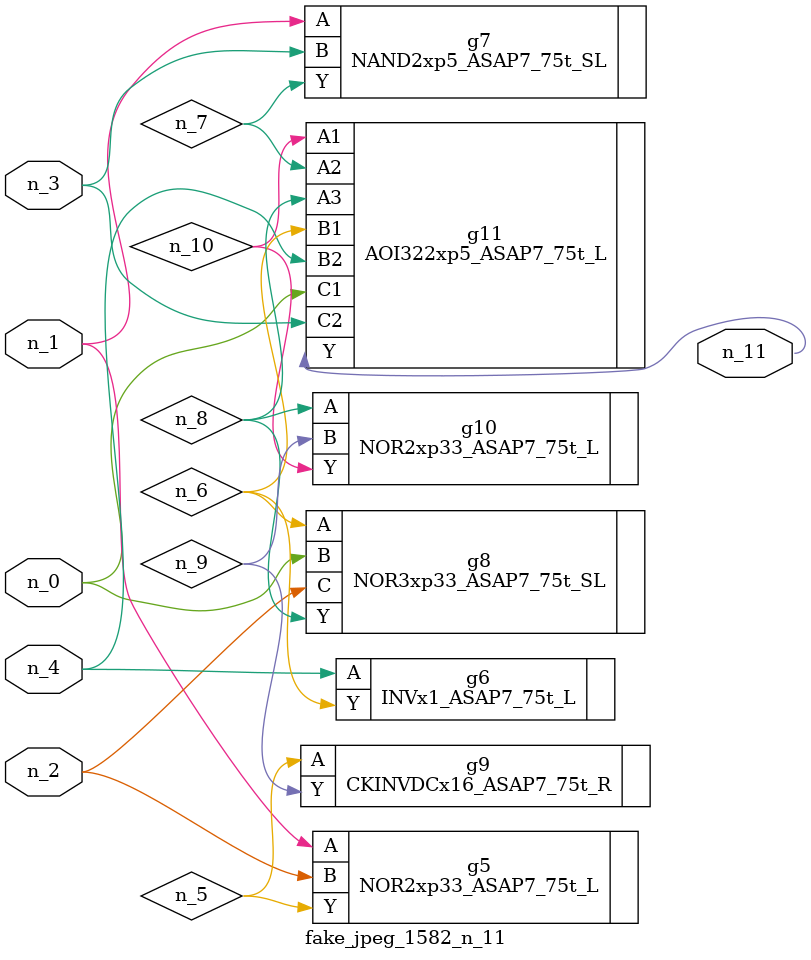
<source format=v>
module fake_jpeg_1582_n_11 (n_3, n_2, n_1, n_0, n_4, n_11);

input n_3;
input n_2;
input n_1;
input n_0;
input n_4;

output n_11;

wire n_10;
wire n_8;
wire n_9;
wire n_6;
wire n_5;
wire n_7;

NOR2xp33_ASAP7_75t_L g5 ( 
.A(n_1),
.B(n_2),
.Y(n_5)
);

INVx1_ASAP7_75t_L g6 ( 
.A(n_4),
.Y(n_6)
);

NAND2xp5_ASAP7_75t_SL g7 ( 
.A(n_1),
.B(n_3),
.Y(n_7)
);

NOR3xp33_ASAP7_75t_SL g8 ( 
.A(n_6),
.B(n_0),
.C(n_2),
.Y(n_8)
);

NOR2xp33_ASAP7_75t_L g10 ( 
.A(n_8),
.B(n_9),
.Y(n_10)
);

CKINVDCx16_ASAP7_75t_R g9 ( 
.A(n_5),
.Y(n_9)
);

AOI322xp5_ASAP7_75t_L g11 ( 
.A1(n_10),
.A2(n_7),
.A3(n_8),
.B1(n_6),
.B2(n_4),
.C1(n_0),
.C2(n_3),
.Y(n_11)
);


endmodule
</source>
